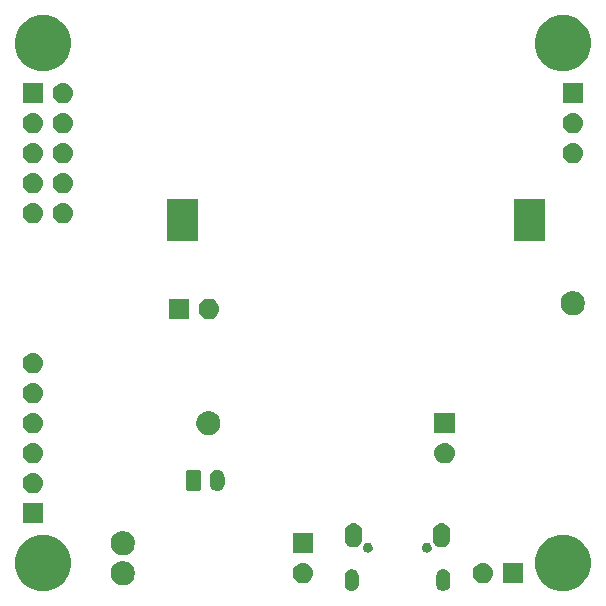
<source format=gbr>
%TF.GenerationSoftware,KiCad,Pcbnew,(5.1.4)-1*%
%TF.CreationDate,2020-01-11T00:21:51+01:00*%
%TF.ProjectId,WROOM02_EV,57524f4f-4d30-4325-9f45-562e6b696361,rev?*%
%TF.SameCoordinates,Original*%
%TF.FileFunction,Soldermask,Bot*%
%TF.FilePolarity,Negative*%
%FSLAX46Y46*%
G04 Gerber Fmt 4.6, Leading zero omitted, Abs format (unit mm)*
G04 Created by KiCad (PCBNEW (5.1.4)-1) date 2020-01-11 00:21:51*
%MOMM*%
%LPD*%
G04 APERTURE LIST*
%ADD10C,0.100000*%
G04 APERTURE END LIST*
D10*
G36*
X150241636Y-97538609D02*
G01*
X150353800Y-97572633D01*
X150457160Y-97627881D01*
X150547764Y-97702236D01*
X150622119Y-97792839D01*
X150677367Y-97896199D01*
X150711391Y-98008363D01*
X150720000Y-98095769D01*
X150720000Y-98804231D01*
X150711391Y-98891637D01*
X150677367Y-99003801D01*
X150622119Y-99107161D01*
X150547764Y-99197764D01*
X150457161Y-99272119D01*
X150353801Y-99327367D01*
X150241637Y-99361391D01*
X150125000Y-99372879D01*
X150008364Y-99361391D01*
X149896200Y-99327367D01*
X149792840Y-99272119D01*
X149702237Y-99197764D01*
X149627883Y-99107163D01*
X149572633Y-99003798D01*
X149538609Y-98891637D01*
X149530000Y-98804231D01*
X149530000Y-98095770D01*
X149538609Y-98008364D01*
X149572633Y-97896200D01*
X149627881Y-97792840D01*
X149702236Y-97702236D01*
X149792839Y-97627881D01*
X149896199Y-97572633D01*
X150008363Y-97538609D01*
X150125000Y-97527121D01*
X150241636Y-97538609D01*
X150241636Y-97538609D01*
G37*
G36*
X157991636Y-97538609D02*
G01*
X158103800Y-97572633D01*
X158207160Y-97627881D01*
X158297764Y-97702236D01*
X158372119Y-97792839D01*
X158427367Y-97896199D01*
X158461391Y-98008363D01*
X158470000Y-98095769D01*
X158470000Y-98804231D01*
X158461391Y-98891637D01*
X158427367Y-99003801D01*
X158372119Y-99107161D01*
X158297764Y-99197764D01*
X158207161Y-99272119D01*
X158103801Y-99327367D01*
X157991637Y-99361391D01*
X157875000Y-99372879D01*
X157758364Y-99361391D01*
X157646200Y-99327367D01*
X157542840Y-99272119D01*
X157452237Y-99197764D01*
X157377883Y-99107163D01*
X157322633Y-99003798D01*
X157288609Y-98891637D01*
X157280000Y-98804231D01*
X157280000Y-98095770D01*
X157288609Y-98008364D01*
X157322633Y-97896200D01*
X157377881Y-97792840D01*
X157452236Y-97702236D01*
X157542839Y-97627881D01*
X157646199Y-97572633D01*
X157758363Y-97538609D01*
X157875000Y-97527121D01*
X157991636Y-97538609D01*
X157991636Y-97538609D01*
G37*
G36*
X168325001Y-94648216D02*
G01*
X168691307Y-94721078D01*
X169122617Y-94899733D01*
X169510782Y-95159097D01*
X169510784Y-95159099D01*
X169510787Y-95159101D01*
X169840899Y-95489213D01*
X169840901Y-95489216D01*
X169840903Y-95489218D01*
X170100267Y-95877383D01*
X170278922Y-96308693D01*
X170370000Y-96766576D01*
X170370000Y-97233424D01*
X170278922Y-97691307D01*
X170100267Y-98122617D01*
X169840903Y-98510782D01*
X169840901Y-98510784D01*
X169840899Y-98510787D01*
X169510787Y-98840899D01*
X169510784Y-98840901D01*
X169510782Y-98840903D01*
X169122617Y-99100267D01*
X168691307Y-99278922D01*
X168325001Y-99351784D01*
X168233425Y-99370000D01*
X167766575Y-99370000D01*
X167674999Y-99351784D01*
X167308693Y-99278922D01*
X166877383Y-99100267D01*
X166489218Y-98840903D01*
X166489216Y-98840901D01*
X166489213Y-98840899D01*
X166159101Y-98510787D01*
X166159099Y-98510784D01*
X166159097Y-98510782D01*
X165899733Y-98122617D01*
X165721078Y-97691307D01*
X165630000Y-97233424D01*
X165630000Y-96766576D01*
X165721078Y-96308693D01*
X165899733Y-95877383D01*
X166159097Y-95489218D01*
X166159099Y-95489216D01*
X166159101Y-95489213D01*
X166489213Y-95159101D01*
X166489216Y-95159099D01*
X166489218Y-95159097D01*
X166877383Y-94899733D01*
X167308693Y-94721078D01*
X167674999Y-94648216D01*
X167766575Y-94630000D01*
X168233425Y-94630000D01*
X168325001Y-94648216D01*
X168325001Y-94648216D01*
G37*
G36*
X124325001Y-94648216D02*
G01*
X124691307Y-94721078D01*
X125122617Y-94899733D01*
X125510782Y-95159097D01*
X125510784Y-95159099D01*
X125510787Y-95159101D01*
X125840899Y-95489213D01*
X125840901Y-95489216D01*
X125840903Y-95489218D01*
X126100267Y-95877383D01*
X126278922Y-96308693D01*
X126370000Y-96766576D01*
X126370000Y-97233424D01*
X126278922Y-97691307D01*
X126100267Y-98122617D01*
X125840903Y-98510782D01*
X125840901Y-98510784D01*
X125840899Y-98510787D01*
X125510787Y-98840899D01*
X125510784Y-98840901D01*
X125510782Y-98840903D01*
X125122617Y-99100267D01*
X124691307Y-99278922D01*
X124325001Y-99351784D01*
X124233425Y-99370000D01*
X123766575Y-99370000D01*
X123674999Y-99351784D01*
X123308693Y-99278922D01*
X122877383Y-99100267D01*
X122489218Y-98840903D01*
X122489216Y-98840901D01*
X122489213Y-98840899D01*
X122159101Y-98510787D01*
X122159099Y-98510784D01*
X122159097Y-98510782D01*
X121899733Y-98122617D01*
X121721078Y-97691307D01*
X121630000Y-97233424D01*
X121630000Y-96766576D01*
X121721078Y-96308693D01*
X121899733Y-95877383D01*
X122159097Y-95489218D01*
X122159099Y-95489216D01*
X122159101Y-95489213D01*
X122489213Y-95159101D01*
X122489216Y-95159099D01*
X122489218Y-95159097D01*
X122877383Y-94899733D01*
X123308693Y-94721078D01*
X123674999Y-94648216D01*
X123766575Y-94630000D01*
X124233425Y-94630000D01*
X124325001Y-94648216D01*
X124325001Y-94648216D01*
G37*
G36*
X130909727Y-96849800D02*
G01*
X131057526Y-96879198D01*
X131243148Y-96956085D01*
X131410211Y-97067713D01*
X131552287Y-97209789D01*
X131663915Y-97376852D01*
X131740802Y-97562474D01*
X131780000Y-97759540D01*
X131780000Y-97960460D01*
X131740802Y-98157526D01*
X131663915Y-98343148D01*
X131552287Y-98510211D01*
X131410211Y-98652287D01*
X131243148Y-98763915D01*
X131057526Y-98840802D01*
X130909727Y-98870200D01*
X130860461Y-98880000D01*
X130659539Y-98880000D01*
X130610274Y-98870201D01*
X130462474Y-98840802D01*
X130276852Y-98763915D01*
X130109789Y-98652287D01*
X129967713Y-98510211D01*
X129856085Y-98343148D01*
X129779198Y-98157526D01*
X129740000Y-97960460D01*
X129740000Y-97759540D01*
X129779198Y-97562474D01*
X129856085Y-97376852D01*
X129967713Y-97209789D01*
X130109789Y-97067713D01*
X130276852Y-96956085D01*
X130462474Y-96879198D01*
X130610273Y-96849800D01*
X130659539Y-96840000D01*
X130860461Y-96840000D01*
X130909727Y-96849800D01*
X130909727Y-96849800D01*
G37*
G36*
X146170550Y-97002589D02*
G01*
X146334545Y-97052336D01*
X146334548Y-97052337D01*
X146485686Y-97133123D01*
X146618160Y-97241840D01*
X146726877Y-97374314D01*
X146807663Y-97525452D01*
X146807664Y-97525455D01*
X146857411Y-97689450D01*
X146874209Y-97860000D01*
X146857411Y-98030550D01*
X146807664Y-98194545D01*
X146807663Y-98194548D01*
X146726877Y-98345686D01*
X146618160Y-98478160D01*
X146485686Y-98586877D01*
X146334548Y-98667663D01*
X146334545Y-98667664D01*
X146170550Y-98717411D01*
X146042734Y-98730000D01*
X145957266Y-98730000D01*
X145829450Y-98717411D01*
X145665455Y-98667664D01*
X145665452Y-98667663D01*
X145514314Y-98586877D01*
X145381840Y-98478160D01*
X145273123Y-98345686D01*
X145192337Y-98194548D01*
X145192336Y-98194545D01*
X145142589Y-98030550D01*
X145125791Y-97860000D01*
X145142589Y-97689450D01*
X145192336Y-97525455D01*
X145192337Y-97525452D01*
X145273123Y-97374314D01*
X145381840Y-97241840D01*
X145514314Y-97133123D01*
X145665452Y-97052337D01*
X145665455Y-97052336D01*
X145829450Y-97002589D01*
X145957266Y-96990000D01*
X146042734Y-96990000D01*
X146170550Y-97002589D01*
X146170550Y-97002589D01*
G37*
G36*
X164650000Y-98730000D02*
G01*
X162910000Y-98730000D01*
X162910000Y-96990000D01*
X164650000Y-96990000D01*
X164650000Y-98730000D01*
X164650000Y-98730000D01*
G37*
G36*
X161410550Y-97002589D02*
G01*
X161574545Y-97052336D01*
X161574548Y-97052337D01*
X161725686Y-97133123D01*
X161858160Y-97241840D01*
X161966877Y-97374314D01*
X162047663Y-97525452D01*
X162047664Y-97525455D01*
X162097411Y-97689450D01*
X162114209Y-97860000D01*
X162097411Y-98030550D01*
X162047664Y-98194545D01*
X162047663Y-98194548D01*
X161966877Y-98345686D01*
X161858160Y-98478160D01*
X161725686Y-98586877D01*
X161574548Y-98667663D01*
X161574545Y-98667664D01*
X161410550Y-98717411D01*
X161282734Y-98730000D01*
X161197266Y-98730000D01*
X161069450Y-98717411D01*
X160905455Y-98667664D01*
X160905452Y-98667663D01*
X160754314Y-98586877D01*
X160621840Y-98478160D01*
X160513123Y-98345686D01*
X160432337Y-98194548D01*
X160432336Y-98194545D01*
X160382589Y-98030550D01*
X160365791Y-97860000D01*
X160382589Y-97689450D01*
X160432336Y-97525455D01*
X160432337Y-97525452D01*
X160513123Y-97374314D01*
X160621840Y-97241840D01*
X160754314Y-97133123D01*
X160905452Y-97052337D01*
X160905455Y-97052336D01*
X161069450Y-97002589D01*
X161197266Y-96990000D01*
X161282734Y-96990000D01*
X161410550Y-97002589D01*
X161410550Y-97002589D01*
G37*
G36*
X130909727Y-94309800D02*
G01*
X131057526Y-94339198D01*
X131243148Y-94416085D01*
X131410211Y-94527713D01*
X131552287Y-94669789D01*
X131663915Y-94836852D01*
X131740802Y-95022474D01*
X131750463Y-95071045D01*
X131778397Y-95211478D01*
X131780000Y-95219540D01*
X131780000Y-95420460D01*
X131740802Y-95617526D01*
X131663915Y-95803148D01*
X131552287Y-95970211D01*
X131410211Y-96112287D01*
X131243148Y-96223915D01*
X131057526Y-96300802D01*
X130909727Y-96330200D01*
X130860461Y-96340000D01*
X130659539Y-96340000D01*
X130610274Y-96330201D01*
X130462474Y-96300802D01*
X130276852Y-96223915D01*
X130109789Y-96112287D01*
X129967713Y-95970211D01*
X129856085Y-95803148D01*
X129779198Y-95617526D01*
X129740000Y-95420460D01*
X129740000Y-95219540D01*
X129741604Y-95211478D01*
X129769537Y-95071045D01*
X129779198Y-95022474D01*
X129856085Y-94836852D01*
X129967713Y-94669789D01*
X130109789Y-94527713D01*
X130276852Y-94416085D01*
X130462474Y-94339198D01*
X130610273Y-94309800D01*
X130659539Y-94300000D01*
X130860461Y-94300000D01*
X130909727Y-94309800D01*
X130909727Y-94309800D01*
G37*
G36*
X146870000Y-96190000D02*
G01*
X145130000Y-96190000D01*
X145130000Y-94450000D01*
X146870000Y-94450000D01*
X146870000Y-96190000D01*
X146870000Y-96190000D01*
G37*
G36*
X151582334Y-95286077D02*
G01*
X151661505Y-95310093D01*
X151661507Y-95310094D01*
X151734467Y-95349092D01*
X151734469Y-95349093D01*
X151734468Y-95349093D01*
X151798422Y-95401578D01*
X151850907Y-95465532D01*
X151889907Y-95538495D01*
X151913923Y-95617666D01*
X151922032Y-95700000D01*
X151913923Y-95782334D01*
X151907608Y-95803151D01*
X151889906Y-95861507D01*
X151881420Y-95877384D01*
X151850907Y-95934468D01*
X151798422Y-95998422D01*
X151740202Y-96046202D01*
X151734467Y-96050908D01*
X151661507Y-96089906D01*
X151661505Y-96089907D01*
X151582334Y-96113923D01*
X151520632Y-96120000D01*
X151479368Y-96120000D01*
X151417666Y-96113923D01*
X151338495Y-96089907D01*
X151338493Y-96089906D01*
X151265533Y-96050908D01*
X151259799Y-96046202D01*
X151201578Y-95998422D01*
X151149093Y-95934468D01*
X151118581Y-95877384D01*
X151110094Y-95861507D01*
X151092392Y-95803151D01*
X151086077Y-95782334D01*
X151077968Y-95700000D01*
X151086077Y-95617666D01*
X151110093Y-95538495D01*
X151149093Y-95465532D01*
X151201578Y-95401578D01*
X151265532Y-95349093D01*
X151265531Y-95349093D01*
X151265533Y-95349092D01*
X151338493Y-95310094D01*
X151338495Y-95310093D01*
X151417666Y-95286077D01*
X151479368Y-95280000D01*
X151520632Y-95280000D01*
X151582334Y-95286077D01*
X151582334Y-95286077D01*
G37*
G36*
X156582334Y-95286077D02*
G01*
X156661505Y-95310093D01*
X156661507Y-95310094D01*
X156734467Y-95349092D01*
X156734469Y-95349093D01*
X156734468Y-95349093D01*
X156798422Y-95401578D01*
X156850907Y-95465532D01*
X156889907Y-95538495D01*
X156913923Y-95617666D01*
X156922032Y-95700000D01*
X156913923Y-95782334D01*
X156907608Y-95803151D01*
X156889906Y-95861507D01*
X156881420Y-95877384D01*
X156850907Y-95934468D01*
X156798422Y-95998422D01*
X156740202Y-96046202D01*
X156734467Y-96050908D01*
X156661507Y-96089906D01*
X156661505Y-96089907D01*
X156582334Y-96113923D01*
X156520632Y-96120000D01*
X156479368Y-96120000D01*
X156417666Y-96113923D01*
X156338495Y-96089907D01*
X156338493Y-96089906D01*
X156265533Y-96050908D01*
X156259799Y-96046202D01*
X156201578Y-95998422D01*
X156149093Y-95934468D01*
X156118581Y-95877384D01*
X156110094Y-95861507D01*
X156092392Y-95803151D01*
X156086077Y-95782334D01*
X156077968Y-95700000D01*
X156086077Y-95617666D01*
X156110093Y-95538495D01*
X156149093Y-95465532D01*
X156201578Y-95401578D01*
X156265532Y-95349093D01*
X156265531Y-95349093D01*
X156265533Y-95349092D01*
X156338493Y-95310094D01*
X156338495Y-95310093D01*
X156417666Y-95286077D01*
X156479368Y-95280000D01*
X156520632Y-95280000D01*
X156582334Y-95286077D01*
X156582334Y-95286077D01*
G37*
G36*
X150421044Y-93640780D02*
G01*
X150561477Y-93683380D01*
X150561480Y-93683381D01*
X150677616Y-93745458D01*
X150690901Y-93752559D01*
X150804343Y-93845657D01*
X150897441Y-93959098D01*
X150897442Y-93959100D01*
X150966619Y-94088519D01*
X150966619Y-94088520D01*
X150966620Y-94088522D01*
X151009220Y-94228955D01*
X151020000Y-94338408D01*
X151020000Y-94961592D01*
X151009220Y-95071045D01*
X150982508Y-95159101D01*
X150966619Y-95211481D01*
X150962311Y-95219540D01*
X150897441Y-95340902D01*
X150804343Y-95454343D01*
X150690902Y-95547441D01*
X150690900Y-95547442D01*
X150561481Y-95616619D01*
X150561478Y-95616620D01*
X150421045Y-95659220D01*
X150275000Y-95673604D01*
X150128956Y-95659220D01*
X149988523Y-95616620D01*
X149988520Y-95616619D01*
X149859101Y-95547442D01*
X149859099Y-95547441D01*
X149745658Y-95454343D01*
X149652560Y-95340902D01*
X149583380Y-95211478D01*
X149540780Y-95071045D01*
X149530000Y-94961592D01*
X149530000Y-94338409D01*
X149540780Y-94228956D01*
X149583380Y-94088523D01*
X149583381Y-94088520D01*
X149652558Y-93959101D01*
X149652559Y-93959099D01*
X149745657Y-93845657D01*
X149859098Y-93752559D01*
X149872383Y-93745458D01*
X149988519Y-93683381D01*
X149988522Y-93683380D01*
X150128955Y-93640780D01*
X150275000Y-93626396D01*
X150421044Y-93640780D01*
X150421044Y-93640780D01*
G37*
G36*
X157871044Y-93640780D02*
G01*
X158011477Y-93683380D01*
X158011480Y-93683381D01*
X158127616Y-93745458D01*
X158140901Y-93752559D01*
X158254343Y-93845657D01*
X158347441Y-93959098D01*
X158347442Y-93959100D01*
X158416619Y-94088519D01*
X158416619Y-94088520D01*
X158416620Y-94088522D01*
X158459220Y-94228955D01*
X158470000Y-94338408D01*
X158470000Y-94961592D01*
X158459220Y-95071045D01*
X158432508Y-95159101D01*
X158416619Y-95211481D01*
X158412311Y-95219540D01*
X158347441Y-95340902D01*
X158254343Y-95454343D01*
X158140902Y-95547441D01*
X158140900Y-95547442D01*
X158011481Y-95616619D01*
X158011478Y-95616620D01*
X157871045Y-95659220D01*
X157725000Y-95673604D01*
X157578956Y-95659220D01*
X157438523Y-95616620D01*
X157438520Y-95616619D01*
X157309101Y-95547442D01*
X157309099Y-95547441D01*
X157195658Y-95454343D01*
X157102560Y-95340902D01*
X157033380Y-95211478D01*
X156990780Y-95071045D01*
X156980000Y-94961592D01*
X156980000Y-94338409D01*
X156990780Y-94228956D01*
X157033380Y-94088523D01*
X157033381Y-94088520D01*
X157102558Y-93959101D01*
X157102559Y-93959099D01*
X157195657Y-93845657D01*
X157309098Y-93752559D01*
X157322383Y-93745458D01*
X157438519Y-93683381D01*
X157438522Y-93683380D01*
X157578955Y-93640780D01*
X157725000Y-93626396D01*
X157871044Y-93640780D01*
X157871044Y-93640780D01*
G37*
G36*
X124010000Y-93650000D02*
G01*
X122270000Y-93650000D01*
X122270000Y-91910000D01*
X124010000Y-91910000D01*
X124010000Y-93650000D01*
X124010000Y-93650000D01*
G37*
G36*
X123310550Y-89382589D02*
G01*
X123474545Y-89432336D01*
X123474548Y-89432337D01*
X123625686Y-89513123D01*
X123758160Y-89621840D01*
X123866877Y-89754314D01*
X123947663Y-89905452D01*
X123947664Y-89905455D01*
X123997411Y-90069450D01*
X124014209Y-90240000D01*
X123997411Y-90410550D01*
X123947664Y-90574545D01*
X123947663Y-90574548D01*
X123866877Y-90725686D01*
X123758160Y-90858160D01*
X123625686Y-90966877D01*
X123474548Y-91047663D01*
X123474545Y-91047664D01*
X123310550Y-91097411D01*
X123182734Y-91110000D01*
X123097266Y-91110000D01*
X122969450Y-91097411D01*
X122805455Y-91047664D01*
X122805452Y-91047663D01*
X122654314Y-90966877D01*
X122521840Y-90858160D01*
X122413123Y-90725686D01*
X122332337Y-90574548D01*
X122332336Y-90574545D01*
X122282589Y-90410550D01*
X122265791Y-90240000D01*
X122282589Y-90069450D01*
X122332336Y-89905455D01*
X122332337Y-89905452D01*
X122413123Y-89754314D01*
X122521840Y-89621840D01*
X122654314Y-89513123D01*
X122805452Y-89432337D01*
X122805455Y-89432336D01*
X122969450Y-89382589D01*
X123097266Y-89370000D01*
X123182734Y-89370000D01*
X123310550Y-89382589D01*
X123310550Y-89382589D01*
G37*
G36*
X138871537Y-89113971D02*
G01*
X138988413Y-89149424D01*
X139096121Y-89206996D01*
X139150994Y-89252029D01*
X139190527Y-89284473D01*
X139227404Y-89329408D01*
X139268006Y-89378881D01*
X139325576Y-89486586D01*
X139361029Y-89603462D01*
X139370000Y-89694541D01*
X139370000Y-90305459D01*
X139361029Y-90396538D01*
X139325576Y-90513414D01*
X139268004Y-90621122D01*
X139190528Y-90715528D01*
X139096122Y-90793004D01*
X138988414Y-90850576D01*
X138871538Y-90886029D01*
X138750000Y-90898000D01*
X138628463Y-90886029D01*
X138511587Y-90850576D01*
X138403879Y-90793004D01*
X138309476Y-90715529D01*
X138231994Y-90621119D01*
X138174424Y-90513414D01*
X138138971Y-90396538D01*
X138130000Y-90305459D01*
X138130000Y-89694542D01*
X138138971Y-89603463D01*
X138174424Y-89486587D01*
X138231996Y-89378879D01*
X138309471Y-89284476D01*
X138309473Y-89284473D01*
X138403880Y-89206995D01*
X138403879Y-89206995D01*
X138403881Y-89206994D01*
X138511586Y-89149424D01*
X138628462Y-89113971D01*
X138750000Y-89102000D01*
X138871537Y-89113971D01*
X138871537Y-89113971D01*
G37*
G36*
X137191818Y-89109553D02*
G01*
X137233278Y-89122129D01*
X137271479Y-89142549D01*
X137304968Y-89170032D01*
X137332451Y-89203521D01*
X137352871Y-89241722D01*
X137365447Y-89283182D01*
X137370000Y-89329408D01*
X137370000Y-90670592D01*
X137365447Y-90716818D01*
X137352871Y-90758278D01*
X137332451Y-90796479D01*
X137304968Y-90829968D01*
X137271479Y-90857451D01*
X137233278Y-90877871D01*
X137191818Y-90890447D01*
X137145592Y-90895000D01*
X136354408Y-90895000D01*
X136308182Y-90890447D01*
X136266722Y-90877871D01*
X136228521Y-90857451D01*
X136195032Y-90829968D01*
X136167549Y-90796479D01*
X136147129Y-90758278D01*
X136134553Y-90716818D01*
X136130000Y-90670592D01*
X136130000Y-89329408D01*
X136134553Y-89283182D01*
X136147129Y-89241722D01*
X136167549Y-89203521D01*
X136195032Y-89170032D01*
X136228521Y-89142549D01*
X136266722Y-89122129D01*
X136308182Y-89109553D01*
X136354408Y-89105000D01*
X137145592Y-89105000D01*
X137191818Y-89109553D01*
X137191818Y-89109553D01*
G37*
G36*
X158170550Y-86842589D02*
G01*
X158334545Y-86892336D01*
X158334548Y-86892337D01*
X158485686Y-86973123D01*
X158618160Y-87081840D01*
X158726877Y-87214314D01*
X158807663Y-87365452D01*
X158807664Y-87365455D01*
X158857411Y-87529450D01*
X158874209Y-87700000D01*
X158857411Y-87870550D01*
X158807664Y-88034545D01*
X158807663Y-88034548D01*
X158726877Y-88185686D01*
X158618160Y-88318160D01*
X158485686Y-88426877D01*
X158334548Y-88507663D01*
X158334545Y-88507664D01*
X158170550Y-88557411D01*
X158042734Y-88570000D01*
X157957266Y-88570000D01*
X157829450Y-88557411D01*
X157665455Y-88507664D01*
X157665452Y-88507663D01*
X157514314Y-88426877D01*
X157381840Y-88318160D01*
X157273123Y-88185686D01*
X157192337Y-88034548D01*
X157192336Y-88034545D01*
X157142589Y-87870550D01*
X157125791Y-87700000D01*
X157142589Y-87529450D01*
X157192336Y-87365455D01*
X157192337Y-87365452D01*
X157273123Y-87214314D01*
X157381840Y-87081840D01*
X157514314Y-86973123D01*
X157665452Y-86892337D01*
X157665455Y-86892336D01*
X157829450Y-86842589D01*
X157957266Y-86830000D01*
X158042734Y-86830000D01*
X158170550Y-86842589D01*
X158170550Y-86842589D01*
G37*
G36*
X123310550Y-86842589D02*
G01*
X123474545Y-86892336D01*
X123474548Y-86892337D01*
X123625686Y-86973123D01*
X123758160Y-87081840D01*
X123866877Y-87214314D01*
X123947663Y-87365452D01*
X123947664Y-87365455D01*
X123997411Y-87529450D01*
X124014209Y-87700000D01*
X123997411Y-87870550D01*
X123947664Y-88034545D01*
X123947663Y-88034548D01*
X123866877Y-88185686D01*
X123758160Y-88318160D01*
X123625686Y-88426877D01*
X123474548Y-88507663D01*
X123474545Y-88507664D01*
X123310550Y-88557411D01*
X123182734Y-88570000D01*
X123097266Y-88570000D01*
X122969450Y-88557411D01*
X122805455Y-88507664D01*
X122805452Y-88507663D01*
X122654314Y-88426877D01*
X122521840Y-88318160D01*
X122413123Y-88185686D01*
X122332337Y-88034548D01*
X122332336Y-88034545D01*
X122282589Y-87870550D01*
X122265791Y-87700000D01*
X122282589Y-87529450D01*
X122332336Y-87365455D01*
X122332337Y-87365452D01*
X122413123Y-87214314D01*
X122521840Y-87081840D01*
X122654314Y-86973123D01*
X122805452Y-86892337D01*
X122805455Y-86892336D01*
X122969450Y-86842589D01*
X123097266Y-86830000D01*
X123182734Y-86830000D01*
X123310550Y-86842589D01*
X123310550Y-86842589D01*
G37*
G36*
X138149727Y-84149800D02*
G01*
X138297526Y-84179198D01*
X138483148Y-84256085D01*
X138650211Y-84367713D01*
X138792287Y-84509789D01*
X138903915Y-84676852D01*
X138980802Y-84862474D01*
X139020000Y-85059540D01*
X139020000Y-85260460D01*
X138980802Y-85457526D01*
X138903915Y-85643148D01*
X138792287Y-85810211D01*
X138650211Y-85952287D01*
X138483148Y-86063915D01*
X138297526Y-86140802D01*
X138149727Y-86170200D01*
X138100461Y-86180000D01*
X137899539Y-86180000D01*
X137850273Y-86170200D01*
X137702474Y-86140802D01*
X137516852Y-86063915D01*
X137349789Y-85952287D01*
X137207713Y-85810211D01*
X137096085Y-85643148D01*
X137019198Y-85457526D01*
X136980000Y-85260460D01*
X136980000Y-85059540D01*
X137019198Y-84862474D01*
X137096085Y-84676852D01*
X137207713Y-84509789D01*
X137349789Y-84367713D01*
X137516852Y-84256085D01*
X137702474Y-84179198D01*
X137850273Y-84149800D01*
X137899539Y-84140000D01*
X138100461Y-84140000D01*
X138149727Y-84149800D01*
X138149727Y-84149800D01*
G37*
G36*
X123310550Y-84302589D02*
G01*
X123474545Y-84352336D01*
X123474548Y-84352337D01*
X123625686Y-84433123D01*
X123758160Y-84541840D01*
X123866877Y-84674314D01*
X123947663Y-84825452D01*
X123947664Y-84825455D01*
X123997411Y-84989450D01*
X124014209Y-85160000D01*
X123997411Y-85330550D01*
X123947664Y-85494545D01*
X123947663Y-85494548D01*
X123866877Y-85645686D01*
X123758160Y-85778160D01*
X123625686Y-85886877D01*
X123474548Y-85967663D01*
X123474545Y-85967664D01*
X123310550Y-86017411D01*
X123182734Y-86030000D01*
X123097266Y-86030000D01*
X122969450Y-86017411D01*
X122805455Y-85967664D01*
X122805452Y-85967663D01*
X122654314Y-85886877D01*
X122521840Y-85778160D01*
X122413123Y-85645686D01*
X122332337Y-85494548D01*
X122332336Y-85494545D01*
X122282589Y-85330550D01*
X122265791Y-85160000D01*
X122282589Y-84989450D01*
X122332336Y-84825455D01*
X122332337Y-84825452D01*
X122413123Y-84674314D01*
X122521840Y-84541840D01*
X122654314Y-84433123D01*
X122805452Y-84352337D01*
X122805455Y-84352336D01*
X122969450Y-84302589D01*
X123097266Y-84290000D01*
X123182734Y-84290000D01*
X123310550Y-84302589D01*
X123310550Y-84302589D01*
G37*
G36*
X158870000Y-86030000D02*
G01*
X157130000Y-86030000D01*
X157130000Y-84290000D01*
X158870000Y-84290000D01*
X158870000Y-86030000D01*
X158870000Y-86030000D01*
G37*
G36*
X123310550Y-81762589D02*
G01*
X123474545Y-81812336D01*
X123474548Y-81812337D01*
X123625686Y-81893123D01*
X123758160Y-82001840D01*
X123866877Y-82134314D01*
X123947663Y-82285452D01*
X123947664Y-82285455D01*
X123997411Y-82449450D01*
X124014209Y-82620000D01*
X123997411Y-82790550D01*
X123947664Y-82954545D01*
X123947663Y-82954548D01*
X123866877Y-83105686D01*
X123758160Y-83238160D01*
X123625686Y-83346877D01*
X123474548Y-83427663D01*
X123474545Y-83427664D01*
X123310550Y-83477411D01*
X123182734Y-83490000D01*
X123097266Y-83490000D01*
X122969450Y-83477411D01*
X122805455Y-83427664D01*
X122805452Y-83427663D01*
X122654314Y-83346877D01*
X122521840Y-83238160D01*
X122413123Y-83105686D01*
X122332337Y-82954548D01*
X122332336Y-82954545D01*
X122282589Y-82790550D01*
X122265791Y-82620000D01*
X122282589Y-82449450D01*
X122332336Y-82285455D01*
X122332337Y-82285452D01*
X122413123Y-82134314D01*
X122521840Y-82001840D01*
X122654314Y-81893123D01*
X122805452Y-81812337D01*
X122805455Y-81812336D01*
X122969450Y-81762589D01*
X123097266Y-81750000D01*
X123182734Y-81750000D01*
X123310550Y-81762589D01*
X123310550Y-81762589D01*
G37*
G36*
X123310550Y-79222589D02*
G01*
X123474545Y-79272336D01*
X123474548Y-79272337D01*
X123625686Y-79353123D01*
X123758160Y-79461840D01*
X123866877Y-79594314D01*
X123947663Y-79745452D01*
X123947664Y-79745455D01*
X123997411Y-79909450D01*
X124014209Y-80080000D01*
X123997411Y-80250550D01*
X123947664Y-80414545D01*
X123947663Y-80414548D01*
X123866877Y-80565686D01*
X123758160Y-80698160D01*
X123625686Y-80806877D01*
X123474548Y-80887663D01*
X123474545Y-80887664D01*
X123310550Y-80937411D01*
X123182734Y-80950000D01*
X123097266Y-80950000D01*
X122969450Y-80937411D01*
X122805455Y-80887664D01*
X122805452Y-80887663D01*
X122654314Y-80806877D01*
X122521840Y-80698160D01*
X122413123Y-80565686D01*
X122332337Y-80414548D01*
X122332336Y-80414545D01*
X122282589Y-80250550D01*
X122265791Y-80080000D01*
X122282589Y-79909450D01*
X122332336Y-79745455D01*
X122332337Y-79745452D01*
X122413123Y-79594314D01*
X122521840Y-79461840D01*
X122654314Y-79353123D01*
X122805452Y-79272337D01*
X122805455Y-79272336D01*
X122969450Y-79222589D01*
X123097266Y-79210000D01*
X123182734Y-79210000D01*
X123310550Y-79222589D01*
X123310550Y-79222589D01*
G37*
G36*
X138210550Y-74642589D02*
G01*
X138374545Y-74692336D01*
X138374548Y-74692337D01*
X138525686Y-74773123D01*
X138658160Y-74881840D01*
X138766877Y-75014314D01*
X138847663Y-75165452D01*
X138847664Y-75165455D01*
X138897411Y-75329450D01*
X138914209Y-75500000D01*
X138897411Y-75670550D01*
X138847664Y-75834545D01*
X138847663Y-75834548D01*
X138766877Y-75985686D01*
X138658160Y-76118160D01*
X138525686Y-76226877D01*
X138374548Y-76307663D01*
X138374545Y-76307664D01*
X138210550Y-76357411D01*
X138082734Y-76370000D01*
X137997266Y-76370000D01*
X137869450Y-76357411D01*
X137705455Y-76307664D01*
X137705452Y-76307663D01*
X137554314Y-76226877D01*
X137421840Y-76118160D01*
X137313123Y-75985686D01*
X137232337Y-75834548D01*
X137232336Y-75834545D01*
X137182589Y-75670550D01*
X137165791Y-75500000D01*
X137182589Y-75329450D01*
X137232336Y-75165455D01*
X137232337Y-75165452D01*
X137313123Y-75014314D01*
X137421840Y-74881840D01*
X137554314Y-74773123D01*
X137705452Y-74692337D01*
X137705455Y-74692336D01*
X137869450Y-74642589D01*
X137997266Y-74630000D01*
X138082734Y-74630000D01*
X138210550Y-74642589D01*
X138210550Y-74642589D01*
G37*
G36*
X136370000Y-76370000D02*
G01*
X134630000Y-76370000D01*
X134630000Y-74630000D01*
X136370000Y-74630000D01*
X136370000Y-76370000D01*
X136370000Y-76370000D01*
G37*
G36*
X169009726Y-73989799D02*
G01*
X169157526Y-74019198D01*
X169343148Y-74096085D01*
X169510211Y-74207713D01*
X169652287Y-74349789D01*
X169763915Y-74516852D01*
X169840802Y-74702474D01*
X169880000Y-74899540D01*
X169880000Y-75100460D01*
X169840802Y-75297526D01*
X169763915Y-75483148D01*
X169652287Y-75650211D01*
X169510211Y-75792287D01*
X169343148Y-75903915D01*
X169157526Y-75980802D01*
X169009726Y-76010201D01*
X168960461Y-76020000D01*
X168759539Y-76020000D01*
X168710273Y-76010200D01*
X168562474Y-75980802D01*
X168376852Y-75903915D01*
X168209789Y-75792287D01*
X168067713Y-75650211D01*
X167956085Y-75483148D01*
X167879198Y-75297526D01*
X167840000Y-75100460D01*
X167840000Y-74899540D01*
X167879198Y-74702474D01*
X167956085Y-74516852D01*
X168067713Y-74349789D01*
X168209789Y-74207713D01*
X168376852Y-74096085D01*
X168562474Y-74019198D01*
X168710274Y-73989799D01*
X168759539Y-73980000D01*
X168960461Y-73980000D01*
X169009726Y-73989799D01*
X169009726Y-73989799D01*
G37*
G36*
X166470000Y-69775000D02*
G01*
X163890000Y-69775000D01*
X163890000Y-66225000D01*
X166470000Y-66225000D01*
X166470000Y-69775000D01*
X166470000Y-69775000D01*
G37*
G36*
X137110000Y-69775000D02*
G01*
X134530000Y-69775000D01*
X134530000Y-66225000D01*
X137110000Y-66225000D01*
X137110000Y-69775000D01*
X137110000Y-69775000D01*
G37*
G36*
X123310550Y-66522589D02*
G01*
X123474545Y-66572336D01*
X123474548Y-66572337D01*
X123625686Y-66653123D01*
X123758160Y-66761840D01*
X123866877Y-66894314D01*
X123947663Y-67045452D01*
X123947664Y-67045455D01*
X123997411Y-67209450D01*
X124014209Y-67380000D01*
X123997411Y-67550550D01*
X123947664Y-67714545D01*
X123947663Y-67714548D01*
X123866877Y-67865686D01*
X123758160Y-67998160D01*
X123625686Y-68106877D01*
X123474548Y-68187663D01*
X123474545Y-68187664D01*
X123310550Y-68237411D01*
X123182734Y-68250000D01*
X123097266Y-68250000D01*
X122969450Y-68237411D01*
X122805455Y-68187664D01*
X122805452Y-68187663D01*
X122654314Y-68106877D01*
X122521840Y-67998160D01*
X122413123Y-67865686D01*
X122332337Y-67714548D01*
X122332336Y-67714545D01*
X122282589Y-67550550D01*
X122265791Y-67380000D01*
X122282589Y-67209450D01*
X122332336Y-67045455D01*
X122332337Y-67045452D01*
X122413123Y-66894314D01*
X122521840Y-66761840D01*
X122654314Y-66653123D01*
X122805452Y-66572337D01*
X122805455Y-66572336D01*
X122969450Y-66522589D01*
X123097266Y-66510000D01*
X123182734Y-66510000D01*
X123310550Y-66522589D01*
X123310550Y-66522589D01*
G37*
G36*
X125850550Y-66522589D02*
G01*
X126014545Y-66572336D01*
X126014548Y-66572337D01*
X126165686Y-66653123D01*
X126298160Y-66761840D01*
X126406877Y-66894314D01*
X126487663Y-67045452D01*
X126487664Y-67045455D01*
X126537411Y-67209450D01*
X126554209Y-67380000D01*
X126537411Y-67550550D01*
X126487664Y-67714545D01*
X126487663Y-67714548D01*
X126406877Y-67865686D01*
X126298160Y-67998160D01*
X126165686Y-68106877D01*
X126014548Y-68187663D01*
X126014545Y-68187664D01*
X125850550Y-68237411D01*
X125722734Y-68250000D01*
X125637266Y-68250000D01*
X125509450Y-68237411D01*
X125345455Y-68187664D01*
X125345452Y-68187663D01*
X125194314Y-68106877D01*
X125061840Y-67998160D01*
X124953123Y-67865686D01*
X124872337Y-67714548D01*
X124872336Y-67714545D01*
X124822589Y-67550550D01*
X124805791Y-67380000D01*
X124822589Y-67209450D01*
X124872336Y-67045455D01*
X124872337Y-67045452D01*
X124953123Y-66894314D01*
X125061840Y-66761840D01*
X125194314Y-66653123D01*
X125345452Y-66572337D01*
X125345455Y-66572336D01*
X125509450Y-66522589D01*
X125637266Y-66510000D01*
X125722734Y-66510000D01*
X125850550Y-66522589D01*
X125850550Y-66522589D01*
G37*
G36*
X123310550Y-63982589D02*
G01*
X123474545Y-64032336D01*
X123474548Y-64032337D01*
X123625686Y-64113123D01*
X123758160Y-64221840D01*
X123866877Y-64354314D01*
X123947663Y-64505452D01*
X123947664Y-64505455D01*
X123997411Y-64669450D01*
X124014209Y-64840000D01*
X123997411Y-65010550D01*
X123947664Y-65174545D01*
X123947663Y-65174548D01*
X123866877Y-65325686D01*
X123758160Y-65458160D01*
X123625686Y-65566877D01*
X123474548Y-65647663D01*
X123474545Y-65647664D01*
X123310550Y-65697411D01*
X123182734Y-65710000D01*
X123097266Y-65710000D01*
X122969450Y-65697411D01*
X122805455Y-65647664D01*
X122805452Y-65647663D01*
X122654314Y-65566877D01*
X122521840Y-65458160D01*
X122413123Y-65325686D01*
X122332337Y-65174548D01*
X122332336Y-65174545D01*
X122282589Y-65010550D01*
X122265791Y-64840000D01*
X122282589Y-64669450D01*
X122332336Y-64505455D01*
X122332337Y-64505452D01*
X122413123Y-64354314D01*
X122521840Y-64221840D01*
X122654314Y-64113123D01*
X122805452Y-64032337D01*
X122805455Y-64032336D01*
X122969450Y-63982589D01*
X123097266Y-63970000D01*
X123182734Y-63970000D01*
X123310550Y-63982589D01*
X123310550Y-63982589D01*
G37*
G36*
X125850550Y-63982589D02*
G01*
X126014545Y-64032336D01*
X126014548Y-64032337D01*
X126165686Y-64113123D01*
X126298160Y-64221840D01*
X126406877Y-64354314D01*
X126487663Y-64505452D01*
X126487664Y-64505455D01*
X126537411Y-64669450D01*
X126554209Y-64840000D01*
X126537411Y-65010550D01*
X126487664Y-65174545D01*
X126487663Y-65174548D01*
X126406877Y-65325686D01*
X126298160Y-65458160D01*
X126165686Y-65566877D01*
X126014548Y-65647663D01*
X126014545Y-65647664D01*
X125850550Y-65697411D01*
X125722734Y-65710000D01*
X125637266Y-65710000D01*
X125509450Y-65697411D01*
X125345455Y-65647664D01*
X125345452Y-65647663D01*
X125194314Y-65566877D01*
X125061840Y-65458160D01*
X124953123Y-65325686D01*
X124872337Y-65174548D01*
X124872336Y-65174545D01*
X124822589Y-65010550D01*
X124805791Y-64840000D01*
X124822589Y-64669450D01*
X124872336Y-64505455D01*
X124872337Y-64505452D01*
X124953123Y-64354314D01*
X125061840Y-64221840D01*
X125194314Y-64113123D01*
X125345452Y-64032337D01*
X125345455Y-64032336D01*
X125509450Y-63982589D01*
X125637266Y-63970000D01*
X125722734Y-63970000D01*
X125850550Y-63982589D01*
X125850550Y-63982589D01*
G37*
G36*
X123310550Y-61442589D02*
G01*
X123474545Y-61492336D01*
X123474548Y-61492337D01*
X123625686Y-61573123D01*
X123758160Y-61681840D01*
X123866877Y-61814314D01*
X123947663Y-61965452D01*
X123947664Y-61965455D01*
X123997411Y-62129450D01*
X124014209Y-62300000D01*
X123997411Y-62470550D01*
X123947664Y-62634545D01*
X123947663Y-62634548D01*
X123866877Y-62785686D01*
X123758160Y-62918160D01*
X123625686Y-63026877D01*
X123474548Y-63107663D01*
X123474545Y-63107664D01*
X123310550Y-63157411D01*
X123182734Y-63170000D01*
X123097266Y-63170000D01*
X122969450Y-63157411D01*
X122805455Y-63107664D01*
X122805452Y-63107663D01*
X122654314Y-63026877D01*
X122521840Y-62918160D01*
X122413123Y-62785686D01*
X122332337Y-62634548D01*
X122332336Y-62634545D01*
X122282589Y-62470550D01*
X122265791Y-62300000D01*
X122282589Y-62129450D01*
X122332336Y-61965455D01*
X122332337Y-61965452D01*
X122413123Y-61814314D01*
X122521840Y-61681840D01*
X122654314Y-61573123D01*
X122805452Y-61492337D01*
X122805455Y-61492336D01*
X122969450Y-61442589D01*
X123097266Y-61430000D01*
X123182734Y-61430000D01*
X123310550Y-61442589D01*
X123310550Y-61442589D01*
G37*
G36*
X125850550Y-61442589D02*
G01*
X126014545Y-61492336D01*
X126014548Y-61492337D01*
X126165686Y-61573123D01*
X126298160Y-61681840D01*
X126406877Y-61814314D01*
X126487663Y-61965452D01*
X126487664Y-61965455D01*
X126537411Y-62129450D01*
X126554209Y-62300000D01*
X126537411Y-62470550D01*
X126487664Y-62634545D01*
X126487663Y-62634548D01*
X126406877Y-62785686D01*
X126298160Y-62918160D01*
X126165686Y-63026877D01*
X126014548Y-63107663D01*
X126014545Y-63107664D01*
X125850550Y-63157411D01*
X125722734Y-63170000D01*
X125637266Y-63170000D01*
X125509450Y-63157411D01*
X125345455Y-63107664D01*
X125345452Y-63107663D01*
X125194314Y-63026877D01*
X125061840Y-62918160D01*
X124953123Y-62785686D01*
X124872337Y-62634548D01*
X124872336Y-62634545D01*
X124822589Y-62470550D01*
X124805791Y-62300000D01*
X124822589Y-62129450D01*
X124872336Y-61965455D01*
X124872337Y-61965452D01*
X124953123Y-61814314D01*
X125061840Y-61681840D01*
X125194314Y-61573123D01*
X125345452Y-61492337D01*
X125345455Y-61492336D01*
X125509450Y-61442589D01*
X125637266Y-61430000D01*
X125722734Y-61430000D01*
X125850550Y-61442589D01*
X125850550Y-61442589D01*
G37*
G36*
X169030550Y-61442589D02*
G01*
X169194545Y-61492336D01*
X169194548Y-61492337D01*
X169345686Y-61573123D01*
X169478160Y-61681840D01*
X169586877Y-61814314D01*
X169667663Y-61965452D01*
X169667664Y-61965455D01*
X169717411Y-62129450D01*
X169734209Y-62300000D01*
X169717411Y-62470550D01*
X169667664Y-62634545D01*
X169667663Y-62634548D01*
X169586877Y-62785686D01*
X169478160Y-62918160D01*
X169345686Y-63026877D01*
X169194548Y-63107663D01*
X169194545Y-63107664D01*
X169030550Y-63157411D01*
X168902734Y-63170000D01*
X168817266Y-63170000D01*
X168689450Y-63157411D01*
X168525455Y-63107664D01*
X168525452Y-63107663D01*
X168374314Y-63026877D01*
X168241840Y-62918160D01*
X168133123Y-62785686D01*
X168052337Y-62634548D01*
X168052336Y-62634545D01*
X168002589Y-62470550D01*
X167985791Y-62300000D01*
X168002589Y-62129450D01*
X168052336Y-61965455D01*
X168052337Y-61965452D01*
X168133123Y-61814314D01*
X168241840Y-61681840D01*
X168374314Y-61573123D01*
X168525452Y-61492337D01*
X168525455Y-61492336D01*
X168689450Y-61442589D01*
X168817266Y-61430000D01*
X168902734Y-61430000D01*
X169030550Y-61442589D01*
X169030550Y-61442589D01*
G37*
G36*
X123310550Y-58902589D02*
G01*
X123474545Y-58952336D01*
X123474548Y-58952337D01*
X123625686Y-59033123D01*
X123758160Y-59141840D01*
X123866877Y-59274314D01*
X123947663Y-59425452D01*
X123947664Y-59425455D01*
X123997411Y-59589450D01*
X124014209Y-59760000D01*
X123997411Y-59930550D01*
X123947664Y-60094545D01*
X123947663Y-60094548D01*
X123866877Y-60245686D01*
X123758160Y-60378160D01*
X123625686Y-60486877D01*
X123474548Y-60567663D01*
X123474545Y-60567664D01*
X123310550Y-60617411D01*
X123182734Y-60630000D01*
X123097266Y-60630000D01*
X122969450Y-60617411D01*
X122805455Y-60567664D01*
X122805452Y-60567663D01*
X122654314Y-60486877D01*
X122521840Y-60378160D01*
X122413123Y-60245686D01*
X122332337Y-60094548D01*
X122332336Y-60094545D01*
X122282589Y-59930550D01*
X122265791Y-59760000D01*
X122282589Y-59589450D01*
X122332336Y-59425455D01*
X122332337Y-59425452D01*
X122413123Y-59274314D01*
X122521840Y-59141840D01*
X122654314Y-59033123D01*
X122805452Y-58952337D01*
X122805455Y-58952336D01*
X122969450Y-58902589D01*
X123097266Y-58890000D01*
X123182734Y-58890000D01*
X123310550Y-58902589D01*
X123310550Y-58902589D01*
G37*
G36*
X169030550Y-58902589D02*
G01*
X169194545Y-58952336D01*
X169194548Y-58952337D01*
X169345686Y-59033123D01*
X169478160Y-59141840D01*
X169586877Y-59274314D01*
X169667663Y-59425452D01*
X169667664Y-59425455D01*
X169717411Y-59589450D01*
X169734209Y-59760000D01*
X169717411Y-59930550D01*
X169667664Y-60094545D01*
X169667663Y-60094548D01*
X169586877Y-60245686D01*
X169478160Y-60378160D01*
X169345686Y-60486877D01*
X169194548Y-60567663D01*
X169194545Y-60567664D01*
X169030550Y-60617411D01*
X168902734Y-60630000D01*
X168817266Y-60630000D01*
X168689450Y-60617411D01*
X168525455Y-60567664D01*
X168525452Y-60567663D01*
X168374314Y-60486877D01*
X168241840Y-60378160D01*
X168133123Y-60245686D01*
X168052337Y-60094548D01*
X168052336Y-60094545D01*
X168002589Y-59930550D01*
X167985791Y-59760000D01*
X168002589Y-59589450D01*
X168052336Y-59425455D01*
X168052337Y-59425452D01*
X168133123Y-59274314D01*
X168241840Y-59141840D01*
X168374314Y-59033123D01*
X168525452Y-58952337D01*
X168525455Y-58952336D01*
X168689450Y-58902589D01*
X168817266Y-58890000D01*
X168902734Y-58890000D01*
X169030550Y-58902589D01*
X169030550Y-58902589D01*
G37*
G36*
X125850550Y-58902589D02*
G01*
X126014545Y-58952336D01*
X126014548Y-58952337D01*
X126165686Y-59033123D01*
X126298160Y-59141840D01*
X126406877Y-59274314D01*
X126487663Y-59425452D01*
X126487664Y-59425455D01*
X126537411Y-59589450D01*
X126554209Y-59760000D01*
X126537411Y-59930550D01*
X126487664Y-60094545D01*
X126487663Y-60094548D01*
X126406877Y-60245686D01*
X126298160Y-60378160D01*
X126165686Y-60486877D01*
X126014548Y-60567663D01*
X126014545Y-60567664D01*
X125850550Y-60617411D01*
X125722734Y-60630000D01*
X125637266Y-60630000D01*
X125509450Y-60617411D01*
X125345455Y-60567664D01*
X125345452Y-60567663D01*
X125194314Y-60486877D01*
X125061840Y-60378160D01*
X124953123Y-60245686D01*
X124872337Y-60094548D01*
X124872336Y-60094545D01*
X124822589Y-59930550D01*
X124805791Y-59760000D01*
X124822589Y-59589450D01*
X124872336Y-59425455D01*
X124872337Y-59425452D01*
X124953123Y-59274314D01*
X125061840Y-59141840D01*
X125194314Y-59033123D01*
X125345452Y-58952337D01*
X125345455Y-58952336D01*
X125509450Y-58902589D01*
X125637266Y-58890000D01*
X125722734Y-58890000D01*
X125850550Y-58902589D01*
X125850550Y-58902589D01*
G37*
G36*
X124010000Y-58090000D02*
G01*
X122270000Y-58090000D01*
X122270000Y-56350000D01*
X124010000Y-56350000D01*
X124010000Y-58090000D01*
X124010000Y-58090000D01*
G37*
G36*
X169730000Y-58090000D02*
G01*
X167990000Y-58090000D01*
X167990000Y-56350000D01*
X169730000Y-56350000D01*
X169730000Y-58090000D01*
X169730000Y-58090000D01*
G37*
G36*
X125850550Y-56362589D02*
G01*
X126014545Y-56412336D01*
X126014548Y-56412337D01*
X126165686Y-56493123D01*
X126298160Y-56601840D01*
X126406877Y-56734314D01*
X126487663Y-56885452D01*
X126487664Y-56885455D01*
X126537411Y-57049450D01*
X126554209Y-57220000D01*
X126537411Y-57390550D01*
X126487664Y-57554545D01*
X126487663Y-57554548D01*
X126406877Y-57705686D01*
X126298160Y-57838160D01*
X126165686Y-57946877D01*
X126014548Y-58027663D01*
X126014545Y-58027664D01*
X125850550Y-58077411D01*
X125722734Y-58090000D01*
X125637266Y-58090000D01*
X125509450Y-58077411D01*
X125345455Y-58027664D01*
X125345452Y-58027663D01*
X125194314Y-57946877D01*
X125061840Y-57838160D01*
X124953123Y-57705686D01*
X124872337Y-57554548D01*
X124872336Y-57554545D01*
X124822589Y-57390550D01*
X124805791Y-57220000D01*
X124822589Y-57049450D01*
X124872336Y-56885455D01*
X124872337Y-56885452D01*
X124953123Y-56734314D01*
X125061840Y-56601840D01*
X125194314Y-56493123D01*
X125345452Y-56412337D01*
X125345455Y-56412336D01*
X125509450Y-56362589D01*
X125637266Y-56350000D01*
X125722734Y-56350000D01*
X125850550Y-56362589D01*
X125850550Y-56362589D01*
G37*
G36*
X168325001Y-50648216D02*
G01*
X168691307Y-50721078D01*
X169122617Y-50899733D01*
X169510782Y-51159097D01*
X169510784Y-51159099D01*
X169510787Y-51159101D01*
X169840899Y-51489213D01*
X169840901Y-51489216D01*
X169840903Y-51489218D01*
X170100267Y-51877383D01*
X170278922Y-52308693D01*
X170370000Y-52766576D01*
X170370000Y-53233424D01*
X170278922Y-53691307D01*
X170100267Y-54122617D01*
X169840903Y-54510782D01*
X169840901Y-54510784D01*
X169840899Y-54510787D01*
X169510787Y-54840899D01*
X169510784Y-54840901D01*
X169510782Y-54840903D01*
X169122617Y-55100267D01*
X168691307Y-55278922D01*
X168325001Y-55351784D01*
X168233425Y-55370000D01*
X167766575Y-55370000D01*
X167674999Y-55351784D01*
X167308693Y-55278922D01*
X166877383Y-55100267D01*
X166489218Y-54840903D01*
X166489216Y-54840901D01*
X166489213Y-54840899D01*
X166159101Y-54510787D01*
X166159099Y-54510784D01*
X166159097Y-54510782D01*
X165899733Y-54122617D01*
X165721078Y-53691307D01*
X165630000Y-53233424D01*
X165630000Y-52766576D01*
X165721078Y-52308693D01*
X165899733Y-51877383D01*
X166159097Y-51489218D01*
X166159099Y-51489216D01*
X166159101Y-51489213D01*
X166489213Y-51159101D01*
X166489216Y-51159099D01*
X166489218Y-51159097D01*
X166877383Y-50899733D01*
X167308693Y-50721078D01*
X167674999Y-50648216D01*
X167766575Y-50630000D01*
X168233425Y-50630000D01*
X168325001Y-50648216D01*
X168325001Y-50648216D01*
G37*
G36*
X124325001Y-50648216D02*
G01*
X124691307Y-50721078D01*
X125122617Y-50899733D01*
X125510782Y-51159097D01*
X125510784Y-51159099D01*
X125510787Y-51159101D01*
X125840899Y-51489213D01*
X125840901Y-51489216D01*
X125840903Y-51489218D01*
X126100267Y-51877383D01*
X126278922Y-52308693D01*
X126370000Y-52766576D01*
X126370000Y-53233424D01*
X126278922Y-53691307D01*
X126100267Y-54122617D01*
X125840903Y-54510782D01*
X125840901Y-54510784D01*
X125840899Y-54510787D01*
X125510787Y-54840899D01*
X125510784Y-54840901D01*
X125510782Y-54840903D01*
X125122617Y-55100267D01*
X124691307Y-55278922D01*
X124325001Y-55351784D01*
X124233425Y-55370000D01*
X123766575Y-55370000D01*
X123674999Y-55351784D01*
X123308693Y-55278922D01*
X122877383Y-55100267D01*
X122489218Y-54840903D01*
X122489216Y-54840901D01*
X122489213Y-54840899D01*
X122159101Y-54510787D01*
X122159099Y-54510784D01*
X122159097Y-54510782D01*
X121899733Y-54122617D01*
X121721078Y-53691307D01*
X121630000Y-53233424D01*
X121630000Y-52766576D01*
X121721078Y-52308693D01*
X121899733Y-51877383D01*
X122159097Y-51489218D01*
X122159099Y-51489216D01*
X122159101Y-51489213D01*
X122489213Y-51159101D01*
X122489216Y-51159099D01*
X122489218Y-51159097D01*
X122877383Y-50899733D01*
X123308693Y-50721078D01*
X123674999Y-50648216D01*
X123766575Y-50630000D01*
X124233425Y-50630000D01*
X124325001Y-50648216D01*
X124325001Y-50648216D01*
G37*
M02*

</source>
